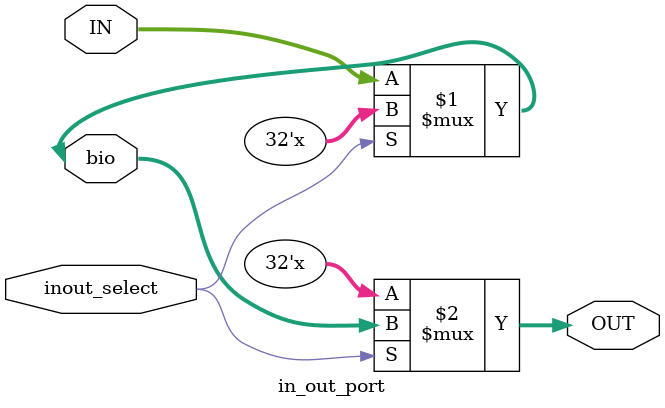
<source format=sv>
module in_out_port(
  input logic [31:0] IN,
  input logic inout_select,
  output logic [31:0] OUT,
  inout [31:0] bio
);
    assign bio = (inout_select) ? 32'hzzzz_zzzz : IN;
	assign OUT = (inout_select) ? bio : 32'hzzzz_zzzz;
endmodule


</source>
